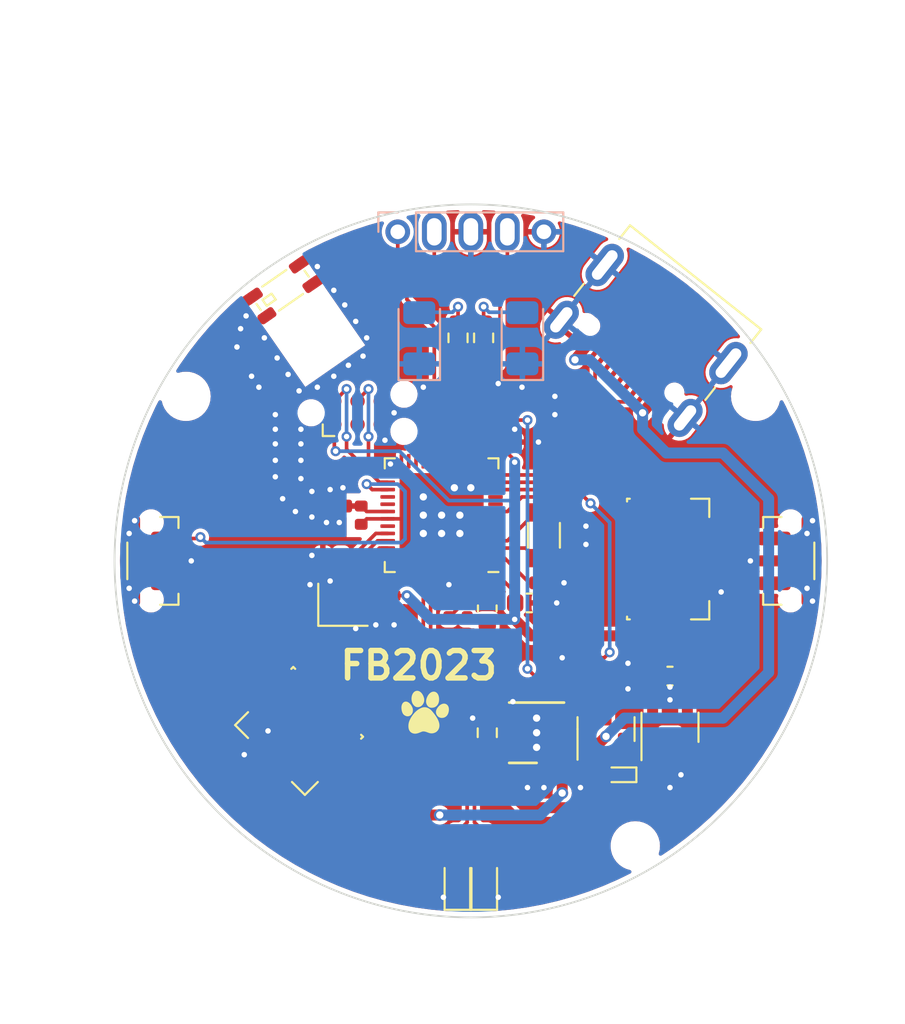
<source format=kicad_pcb>
(kicad_pcb (version 20221018) (generator pcbnew)
  (layers (0 "F.Cu" signal) (31 "B.Cu" signal) (34 "B.Paste" user) (35 "F.Paste" user) (36 "B.SilkS" user "B.Silkscreen") (37 "F.SilkS" user "F.Silkscreen") (38 "B.Mask" user) (39 "F.Mask" user) (44 "Edge.Cuts" user))
  (net 0 "")
  (net 1 "Net-(AE1-A)")
  (net 2 "GND")
  (net 3 "Net-(U2-XC1)")
  (net 4 "/XL1")
  (net 5 "Net-(U2-XC2)")
  (net 6 "/XL2")
  (net 7 "Net-(U2-DEC4)")
  (net 8 "+5V")
  (net 9 "Net-(U2-DEC3)")
  (net 10 "+3V3")
  (net 11 "Net-(U2-DEC1)")
  (net 12 "+BATT")
  (net 13 "/ANT")
  (net 14 "Net-(C14-Pad1)")
  (net 15 "/ADC_VBATT")
  (net 16 "VCC")
  (net 17 "Net-(D2-A)")
  (net 18 "Net-(D4-A)")
  (net 19 "Net-(D5-A)")
  (net 20 "Net-(J1-Pin_2)")
  (net 21 "Net-(J6-CC1)")
  (net 26 "/UART_RX")
  (net 27 "/UART_TX")
  (net 30 "/NRF_SWDIO")
  (net 32 "/NRF_SWCLK")
  (net 34 "Net-(L1-Pad2)")
  (net 35 "Net-(U2-DCC)")
  (net 36 "Net-(U1-PROG)")
  (net 37 "/CHRG")
  (net 38 "/LED_A")
  (net 39 "/D0_PWR")
  (net 40 "/D1_PWR")
  (net 41 "/PH0_PWR")
  (net 42 "/PH0_SENSE")
  (net 43 "/PH1_PWR")
  (net 44 "/PH1_SENSE")
  (net 63 "Net-(D6-A)")
  (net 64 "/LED_B")
  (net 65 "/SW_A")
  (net 66 "/SW_B")
  (net 68 "Net-(J6-CC2)")
  (footprint "balto:R_0402_Worthington" (layer "F.Cu") (at 148.3 106.3 -90)
    (fp_text reference "R6" hide)
    (fp_text value "1k")
  )
  (footprint "balto:C_0402_Worthington" (layer "F.Cu") (at 143.8 93.4 -90)
    (fp_text reference "C3" hide)
    (fp_text value "12p")
  )
  (footprint "balto:C_0402_Worthington" (layer "F.Cu") (at 159.4 102.7)
    (fp_text reference "C17" hide)
    (fp_text value "1u")
  )
  (footprint "balto:R_0402_Worthington" (layer "F.Cu") (at 157.1 97.3)
    (fp_text reference "R4" hide)
    (fp_text value "560k")
  )
  (footprint "Connector_USB:USB_C_Receptacle_JAE_DX07S016JA1R1500" (layer "F.Cu") (at 159 78.4 141.6)
    (fp_text reference "J6" hide)
    (fp_text value "USB_C_Receptacle_USB2.0")
  )
  (footprint "Button_Switch_SMD:SW_Push_1P1T-MP_NO_Horizontal_Alps_SKRTLAE010" (layer "F.Cu") (at 166.5 91 90)
    (fp_text reference "SW2" hide)
    (fp_text value "SW_Push")
  )
  (footprint "Diode_SMD:D_SOD-923" (layer "F.Cu") (at 157.2 102.7 180)
    (fp_text reference "D3" hide)
    (fp_text value "1SS416")
  )
  (footprint "balto:EZmate-3" (layer "F.Cu") (at 139.6 100.3 135)
    (fp_text reference "J2" hide)
    (fp_text value "EZmate-3")
  )
  (footprint "MountingHole:MountingHole_2.2mm_M2" (layer "F.Cu") (at 158 106.588457)
    (fp_text reference "H3" hide)
    (fp_text value "MountingHole_2.2mm_M2")
  )
  (footprint "balto:C_0402_Worthington" (layer "F.Cu") (at 154.5 90.6 90)
    (fp_text reference "C2" hide)
    (fp_text value "12p")
  )
  (footprint "MountingHole:MountingHole_2.2mm_M2" (layer "F.Cu") (at 164.588457 82)
    (fp_text reference "H2" hide)
    (fp_text value "MountingHole_2.2mm_M2")
  )
  (footprint "balto:R_0402_Worthington" (layer "F.Cu") (at 155.2 97.3)
    (fp_text reference "R3" hide)
    (fp_text value "560k")
  )
  (footprint "balto:R_0402_Worthington" (layer "F.Cu") (at 149.7 106.3 -90)
    (fp_text reference "R13" hide)
    (fp_text value "1k")
  )
  (footprint "balto:L_0402_Worthington" (layer "F.Cu") (at 148.3 94.1)
    (fp_text reference "L1" hide)
    (fp_text value "15n")
  )
  (footprint "balto:R_0402_Worthington" (layer "F.Cu") (at 147 83.5 90)
    (fp_text reference "R12" hide)
    (fp_text value "10k")
  )
  (footprint "balto:2450AT18D0100001-L" (layer "F.Cu") (at 138.7 76.2 34.8)
    (fp_text reference "AE1" hide)
    (fp_text value "2450AT18D0100001")
  )
  (footprint "balto:C_0402_Worthington" (layer "F.Cu") (at 155.2 96.3 180)
    (fp_text reference "C15" hide)
    (fp_text value "100n")
  )
  (footprint "balto:R_0402_Worthington" (layer "F.Cu") (at 154.8 82 180)
    (fp_text reference "R2" hide)
    (fp_text value "5.1k")
  )
  (footprint "balto:C_0402_Worthington" (layer "F.Cu") (at 138.2 82 -145)
    (fp_text reference "C14" hide)
    (fp_text value "TBD")
  )
  (footprint "balto:L_0402_Worthington" (layer "F.Cu") (at 137.9 80.7 -55)
    (fp_text reference "L4" hide)
    (fp_text value "0")
  )
  (footprint "balto:C_0402_Worthington" (layer "F.Cu") (at 143 88.5 -90)
    (fp_text reference "C13" hide)
    (fp_text value "0.8p")
  )
  (footprint "Capacitor_SMD:C_0603_1608Metric" (layer "F.Cu") (at 152.2 93.3)
    (fp_text reference "C11" hide)
    (fp_text value "4.7u")
  )
  (footprint "balto:R_0402_Worthington" (layer "F.Cu") (at 148 75.5)
    (fp_text reference "R16" hide)
    (fp_text value "0")
  )
  (footprint "balto:C_0402_Worthington" (layer "F.Cu") (at 153 92.2)
    (fp_text reference "C9" hide)
    (fp_text value "100n")
  )
  (footprint "MountingHole:MountingHole_2.2mm_M2" (layer "F.Cu") (at 133.411543 82)
    (fp_text reference "H1" hide)
    (fp_text value "MountingHole_2.2mm_M2")
  )
  (footprint "balto:R_0402_Worthington" (layer "F.Cu") (at 155.5 102.7 180)
    (fp_text reference "R5" hide)
    (fp_text value "10k")
  )
  (footprint "Capacitor_SMD:C_0603_1608Metric" (layer "F.Cu") (at 159.9 97.3)
    (fp_text reference "C18" hide)
    (fp_text value "10u")
  )
  (footprint "balto:C_0402_Worthington" (layer "F.Cu") (at 153.5 102.7 180)
    (fp_text reference "C12" hide)
    (fp_text value "100n")
  )
  (footprint "balto:C_0402_Worthington" (layer "F.Cu") (at 136.8 80 -145)
    (fp_text reference "C16" hide)
    (fp_text value "TBD")
  )
  (footprint "Inductor_SMD:L_0603_1608Metric" (layer "F.Cu") (at 149.9 93.6 -90)
    (fp_text reference "L2" hide)
    (fp_text value "10u")
  )
  (footprint "balto:R_0402_Worthington" (layer "F.Cu") (at 154.8 83 180)
    (fp_text reference "R14" hide)
    (fp_text value "5.1k")
  )
  (footprint "Resistor_SMD:R_0603_1608Metric" (layer "F.Cu") (at 148.3 78.8 90)
    (fp_text reference "R9" hide)
    (fp_text value "470")
  )
  (footprint "Package_TO_SOT_SMD:SOT-23-5" (layer "F.Cu") (at 159.9 100.1 90)
    (fp_text reference "U3" hide)
    (fp_text value "TPS7A0333DBVR")
  )
  (footprint "balto:C_0402_Worthington" (layer "F.Cu") (at 154.5 88.6 -90)
    (fp_text reference "C4" hide)
    (fp_text value "12p")
  )
  (footprint "LED_SMD:LED_0603_1608Metric" (layer "F.Cu") (at 148.3 108.6 90)
    (fp_text reference "D2" hide)
    (fp_text value "Green")
  )
  (footprint "balto:paw" (layer "F.Cu") (at 146.5 99.3)
    (fp_text reference "G***" hide)
    (fp_text value "LOGO" hide)
  )
  (footprint "Button_Switch_SMD:SW_Push_1P1T-MP_NO_Horizontal_Alps_SKRTLAE010" (layer "F.Cu") (at 131.5 91 -90)
    (fp_text reference "SW1" hide)
    (fp_text value "SW_Push")
  )
  (footprint "LED_SMD:LED_0603_1608Metric" (layer "F.Cu") (at 149.7 108.6 90)
    (fp_text reference "D6" hide)
    (fp_text value "Yellow")
  )
  (footprint "balto:C_0402_Worthington" (layer "F.Cu") (at 144.8 93.4 -90)
    (fp_text reference "C10" hide)
    (fp_text value "100n")
  )
  (footprint "balto:EZmate-4" (layer "F.Cu") (at 159.8 90.9 -90)
    (fp_text reference "J3" hide)
    (fp_text value "EZmate-4")
  )
  (footprint "Resistor_SMD:R_0603_1608Metric" (layer "F.Cu") (at 149.7 78.8 90)
    (fp_text reference "R10" hide)
    (fp_text value "470")
  )
  (footprint "Resistor_SMD:R_0603_1608Metric" (layer "F.Cu") (at 149.9 100.4 90)
    (fp_text reference "R1" hide)
    (fp_text value "2k2")
  )
  (footprint "Crystal:Crystal_SMD_2016-4Pin_2.0x1.6mm" (layer "F.Cu") (at 142 93.4)
    (fp_text reference "Y2" hide)
    (fp_text value "32MHz")
  )
  (footprint "balto:C_0402_Worthington" (layer "F.Cu") (at 150.9 84.5)
    (fp_text reference "C8" hide)
    (fp_text value "100n")
  )
  (footprint "balto:C_0402_Worthington" (layer "F.Cu") (at 151.6 102.7)
    (fp_text reference "C6" hide)
    (fp_text value "1u")
  )
  (footprint "Crystal:Crystal_SMD_3215-2Pin_3.2x1.5mm" (layer "F.Cu") (at 153 89.6 90)
    (fp_text reference "Y1" hide)
    (fp_text value "32.768kHz")
  )
  (footprint "balto:C_0402_Worthington" (layer "F.Cu") (at 140.2 93.4 90)
    (fp_text reference "C1" hide)
    (fp_text value "12p")
  )
  (footprint "Package_DFN_QFN:QFN-48-1EP_6x6mm_P0.4mm_EP4.6x4.6mm" (layer "F.Cu") (at 147.4 88.5 180)
    (fp_text reference "U2" hide)
    (fp_text value "nRF52832-QFxx")
  )
  (footprint "balto:L_0402_Worthington" (layer "F.Cu") (at 141.7 88)
    (fp_text reference "L3" hide)
    (fp_text value "3.9n")
  )
  (footprint "balto:R_0402_Worthington" (layer "F.Cu") (at 149 83.5 90)
    (fp_text reference "R11" hide)
    (fp_text value "10k")
  )
  (footprint "balto:C_0402_Worthington" (layer "F.Cu") (at 141.4 90.7 180)
    (fp_text reference "C7" hide)
    (fp_text value "100p")
  )
  (footprint "Package_DFN_QFN:DFN-6-1EP_3x3mm_P0.95mm_EP1.7x2.6mm" (layer "F.Cu") (at 152.6 100.4 180)
    (fp_text reference "U1" hide)
    (fp_text value "STBC08")
  )
  (footprint "balto:C_0402_Worthington" (layer "F.Cu") (at 148.3 93.1 180)
    (fp_text reference "C5" hide)
    (fp_text value "1u")
  )
  (footprint "balto:R_0402_Worthington" (layer "F.Cu") (at 146 75.5)
    (fp_text reference "R15" hide)
    (fp_text value "0")
  )
  (footprint "Connector:Tag-Connect_TC2030-IDC-NL_2x03_P1.27mm_Vertical" (layer "F.Cu") (at 142.8 82.9)
    (fp_text reference "J4" hide)
    (fp_text value "TC2030-IDC-NL")
  )
  (footprint "Package_TO_SOT_SMD:SOT-23" (layer "F.Cu") (at 156.4 100.2 90)
    (fp_text reference "Q1" hide)
    (fp_text value "BSS84")
  )
  (footprint "LED_SMD:LED_1206_3216Metric" (layer "B.Cu") (at 151.822516 78.822833 90)
    (fp_text reference "D5" hide)
    (fp_text value "IR")
  )
  (footprint "LED_SMD:LED_1206_3216Metric" (layer "B.Cu") (at 146.177484 78.822833 90)
    (fp_text reference "D4" hide)
    (fp_text value "IR")
  )
  (footprint "Connector_PinHeader_2.00mm:PinHeader_1x05_P2.00mm_Vertical" (layer "B.Cu") (at 145 73 -90)
    (fp_text reference "J1" hide)
    (fp_text value "Conn_01x05")
  )
  (gr_circle (center 149 91) (end 168.5 91) (stroke (width 0.1)) (fill none) (layer "Edge.Cuts"))
  (gr_text "FB2023\n" (at 141.7 97.6) (layer "F.SilkS") (effects (font (size 1.5 1.5) (thickness 0.3) bold) (justify left bottom)))
  (segment (start 137.1 79.448673) (end 137.1 78.624264) (width 0.3) (layer "F.Cu") (net 1))
  (segment (start 137.4 77.9) (end 137.83924 77.589817) (width 0.3) (layer "F.Cu") (net 1))
  (segment (start 137.613212 80.290424) (end 137.209576 79.713212) (width 0.3) (layer "F.Cu") (net 1))
  (arc (start 137.209576 79.713212) (mid 137.128478 79.591841) (end 137.1 79.448673) (width 0.3) (layer "F.Cu") (net 1))
  (arc (start 137.1 78.624264) (mid 137.177967 78.232296) (end 137.4 77.9) (width 0.3) (layer "F.Cu") (net 1))
  (segment (start 137.097312 76.522323) (end 136.4 77) (width 0.6) (layer "F.Cu") (net 2))
  (segment (start 143.3 88.7) (end 143 89) (width 0.2) (layer "F.Cu") (net 2))
  (segment (start 159.9 102.7) (end 159.9 101.2375) (width 0.6) (layer "F.Cu") (net 2))
  (segment (start 144.45 88.7) (end 143.3 88.7) (width 0.2) (layer "F.Cu") (net 2))
  (segment (start 140.302688 75.877677) (end 141 75.4) (width 0.6) (layer "F.Cu") (net 2))
  (segment (start 139.56076 74.810183) (end 140.3 74.3) (width 0.6) (layer "F.Cu") (net 2))
  (segment (start 148.4 92.5) (end 147.8 93.1) (width 0.2) (layer "F.Cu") (net 2))
  (segment (start 144.45 88.7) (end 147.2 88.7) (width 0.2) (layer "F.Cu") (net 2))
  (segment (start 148.4 91.45) (end 148.4 92.5) (width 0.2) (layer "F.Cu") (net 2))
  (segment (start 147.2 88.7) (end 147.4 88.5) (width 0.2) (layer "F.Cu") (net 2))
  (via (at 152.7 84.5) (size 0.55) (drill 0.3) (layers "F.Cu" "B.Cu") (net 2))
  (via (at 137 80.9) (size 0.55) (drill 0.3) (layers "F.Cu" "B.Cu") (net 2))
  (via (at 138.3 86.4) (size 0.55) (drill 0.3) (layers "F.Cu" "B.Cu") (net 2))
  (via (at 139.7 84.6) (size 0.55) (drill 0.3) (layers "F.Cu" "B.Cu") (net 2))
  (via (at 147.4 89.5) (size 0.65) (drill 0.4) (layers "F.Cu" "B.Cu") (net 2))
  (via (at 164.3 91) (size 0.55) (drill 0.3) (layers "F.Cu" "B.Cu") (net 2))
  (via (at 138.3 85.5) (size 0.55) (drill 0.3) (layers "F.Cu" "B.Cu") (net 2))
  (via (at 162.7 92.7) (size 0.55) (drill 0.3) (layers "F.Cu" "B.Cu") (net 2))
  (via (at 138.3 84.6) (size 0.55) (drill 0.3) (layers "F.Cu" "B.Cu") (net 2))
  (via (at 141.8 88.9) (size 0.55) (drill 0.3) (layers "F.Cu" "B.Cu") (net 2))
  (via (at 142 87) (size 0.55) (drill 0.3) (layers "F.Cu" "B.Cu") (net 2))
  (via (at 138.3 83.8) (size 0.55) (drill 0.3) (layers "F.Cu" "B.Cu") (net 2))
  (via (at 160.5 102.7) (size 0.55) (drill 0.3) (layers "F.Cu" "B.Cu") (net 2))
  (via (at 138.3 83) (size 0.55) (drill 0.3) (layers "F.Cu" "B.Cu") (net 2))
  (via (at 155.3 89.1) (size 0.55) (drill 0.3) (layers "F.Cu" "B.Cu") (net 2))
  (via (at 152.1 103.4) (size 0.55) (drill 0.3) (layers "F.Cu" "B.Cu") (net 2))
  (via (at 159.9 103.4) (size 0.55) (drill 0.3) (layers "F.Cu" "B.Cu") (net 2))
  (via (at 153.7 93.3) (size 0.55) (drill 0.3) (layers "F.Cu" "B.Cu") (net 2))
  (via (at 136.4 78.3) (size 0.55) (drill 0.3) (layers "F.Cu" "B.Cu") (net 2))
  (via (at 147.5 109.4) (size 0.55) (drill 0.3) (layers "F.Cu" "B.Cu") (net 2))
  (via (at 143.3 78.8) (size 0.55) (drill 0.3) (layers "F.Cu" "B.Cu") (net 2))
  (via (at 154.1 92.2) (size 0.55) (drill 0.3) (layers "F.Cu" "B.Cu") (net 2))
  (via (at 141.5 76.2) (size 0.55) (drill 0.3) (layers "F.Cu" "B.Cu") (net 2))
  (via (at 151.3 98.7) (size 0.55) (drill 0.3) (layers "F.Cu" "B.Cu") (net 2))
  (via (at 130.6 93.2) (size 0.55) (drill 0.3) (layers "F.Cu" "B.Cu") (net 2))
  (via (at 136.2 79.3) (size 0.55) (drill 0.3) (layers "F.Cu" "B.Cu") (net 2))
  (via (at 142.3 80.3) (size 0.55) (drill 0.3) (layers "F.Cu" "B.Cu") (net 2))
  (via (at 140.2 92.3) (size 0.55) (drill 0.3) (layers "F.Cu" "B.Cu") (net 2))
  (via (at 149 87) (size 0.65) (drill 0.4) (layers "F.Cu" "B.Cu") (net 2))
  (via (at 157.6 98) (size 0.55) (drill 0.3) (layers "F.Cu" "B.Cu") (net 2))
  (via (at 144.8 94.5) (size 0.55) (drill 0.3) (layers "F.Cu" "B.Cu") (net 2))
  (via (at 147.4 88.5) (size 0.65) (drill 0.4) (layers "F.Cu" "B.Cu") (net 2))
  (via (at 137.4 81.5) (size 0.55) (drill 0.3) (layers "F.Cu" "B.Cu") (net 2))
  (via (at 152.6 100.4) (size 0.65) (drill 0.4) (layers "F.Cu" "B.Cu") (net 2))
  (via (at 146.4 89.5) (size 0.65) (drill 0.4) (layers "F.Cu" "B.Cu") (net 2))
  (via (at 159.9 98.6) (size 0.55) (drill 0.3) (layers "F.Cu" "B.Cu") (net 2))
  (via (at 167.4 89.5) (size 0.55) (drill 0.3) (layers "F.Cu" "B.Cu") (net 2))
  (via (at 167.7 88.8) (size 0.55) (drill 0.3) (layers "F.Cu" "B.Cu") (net 2))
  (via (at 139.6 81.7) (size 0.55) (drill 0.3) (layers "F.Cu" "B.Cu") (net 2))
  (via (at 144.6 85.7) (size 0.55) (drill 0.3) (layers "F.Cu" "B.Cu") (net 2))
  (via (at 152.6 99.6) (size 0.65) (drill 0.4) (layers "F.Cu" "B.Cu") (net 2))
  (via (at 143.8 94.5) (size 0.55) (drill 0.3) (layers "F.Cu" "B.Cu") (net 2))
  (via (at 139.7 86.5) (size 0.55) (drill 0.3) (layers "F.Cu" "B.Cu") (net 2))
  (via (at 139 80.8) (size 0.55) (drill 0.3) (layers "F.Cu" "B.Cu") (net 2))
  (via (at 146.4 88.5) (size 0.65) (drill 0.4) (layers "F.Cu" "B.Cu") (net 2))
  (via (at 153 103.4) (size 0.55) (drill 0.3) (layers "F.Cu" "B.Cu") (net 2))
  (via (at 153.6 82) (size 0.55) (drill 0.3) (layers "F.Cu" "B.Cu") (net 2))
  (via (at 167.7 93.2) (size 0.55) (drill 0.3) (layers "F.Cu" "B.Cu") (net 2))
  (via (at 144.8 82.9) (size 0.55) (drill 0.3) (layers "F.Cu" "B.Cu") (net 2))
  (via (at 150.5 109.4) (size 0.55) (drill 0.3) (layers "F.Cu" "B.Cu") (net 2))
  (via (at 140.6 81.5) (size 0.55) (drill 0.3) (layers "F.Cu" "B.Cu") (net 2))
  (via (at 138.7 87.6) (size 0.55) (drill 0.3) (layers "F.Cu" "B.Cu") (net 2))
  (via (at 154 96.3) (size 0.55) (drill 0.3) (layers "F.Cu" "B.Cu") (net 2))
  (via (at 167.4 92.5) (size 0.55) (drill 0.3) (layers "F.Cu" "B.Cu") (net 2))
  (via (at 153.6 83) (size 0.55) (drill 0.3) (layers "F.Cu" "B.Cu") (net 2))
  (via (at 147.8 92.3) (size 0.55) (drill 0.3) (layers "F.Cu" "B.Cu") (net 2))
  (via (at 140.3 88.6) (size 0.55) (drill 0.3) (layers "F.Cu" "B.Cu") (net 2))
  (via (at 152.6 101.2) (size 0.65) (drill 0.4) (layers "F.Cu" "B.Cu") (net 2))
  (via (at 138.4 79.9) (size 0.55) (drill 0.3) (layers "F.Cu" "B.Cu") (net 2))
  (via (at 141.3 92.1) (size 0.55) (drill 0.3) (layers "F.Cu" "B.Cu") (net 2))
  (via (at 140.3 90.7) (size 0.55) (drill 0.3) (layers "F.Cu" "B.Cu") (net 2))
  (via (at 143.1 79.8) (size 0.55) (drill 0.3) (layers "F.Cu" "B.Cu") (net 2))
  (via (at 133.7 91) (size 0.55) (drill 0.3) (layers "F.Cu" "B.Cu") (net 2))
  (via (at 139.7 83.8) (size 0.55) (drill 0.3) (layers "F.Cu" "B.Cu") (net 2))
  (via (at 136.6 101.6) (size 0.55) (drill 0.3) (layers "F.Cu" "B.Cu") (net 2))
  (via (at 148.1 87) (size 0.65) (drill 0.4) (layers "F.Cu" "B.Cu") (net 2))
  (via (at 130.3 89.5) (size 0.55) (drill 0.3) (layers "F.Cu" "B.Cu") (net 2))
  (via (at 130.3 92.5) (size 0.55) (drill 0.3) (layers "F.Cu" "B.Cu") (net 2))
  (via (at 141.1 88.9) (size 0.55) (drill 0.3) (layers "F.Cu" "B.Cu") (net 2))
  (via (at 142.7 77.9) (size 0.55) (drill 0.3) (layers "F.Cu" "B.Cu") (net 2))
  (via (at 142.1 77) (size 0.55) (drill 0.3) (layers "F.Cu" "B.Cu") (net 2))
  (via (at 142.7 94.7) (size 0.55) (drill 0.3) (layers "F.Cu" "B.Cu") (net 2))
  (via (at 141.5 80.9) (size 0.55) (drill 0.3) (layers "F.Cu" "B.Cu") (net 2))
  (via (at 139.7 85.5) (size 0.55) (drill 0.3) (layers "F.Cu" "B.Cu") (net 2))
  (via (at 140.3 87.2) (size 0.55) (drill 0.3) (layers "F.Cu" "B.Cu") (net 2))
  (via (at 139.4 88.3) (size 0.55) (drill 0.3) (layers "F.Cu" "B.Cu") (net 2))
  (via (at 140.6 74.9) (size 0.55) (drill 0.3) (layers "F.Cu" "B.Cu") (net 2))
  (via (at 150.5 81.3) (size 0.55) (drill 0.3) (layers "F.Cu" "B.Cu") (net 2))
  (via (at 144.3 84.4) (size 0.55) (drill 0.3) (layers "F.Cu" "B.Cu") (net 2))
  (via (at 137.7 78.8) (size 0.55) (drill 0.3) (layers "F.Cu" "B.Cu") (net 2))
  (via (at 137.9 100.3) (size 0.55) (drill 0.3) (layers "F.Cu" "B.Cu") (net 2))
  (via (at 148.4 89.5) (size 0.65) (drill 0.4) (layers "F.Cu" "B.Cu") (net 2))
  (via (at 136.7 77.6) (size 0.55) (drill 0.3) (layers "F.Cu" "B.Cu") (net 2))
  (via (at 130.6 88.8) (size 0.55) (drill 0.3) (layers "F.Cu" "B.Cu") (net 2))
  (via (at 146.4 81.5) (size 0.55) (drill 0.3) (layers "F.Cu" "B.Cu") (net 2))
  (via (at 157.6 96.6) (size 0.55) (drill 0.3) (layers "F.Cu" "B.Cu") (net 2))
  (via (at 159.9 97.9) (size 0.55) (drill 0.3) (layers "F.Cu" "B.Cu") (net 2))
  (via (at 155 103.4) (size 0.55) (drill 0.3) (layers "F.Cu" "B.Cu") (net 2))
  (via (at 146.4 87.5) (size 0.65) (drill 0.4) (layers "F.Cu" "B.Cu") (net 2))
  (via (at 155.3 90.1) (size 0.55) (drill 0.3) (layers "F.Cu" "B.Cu") (net 2))
  (via (at 149.1 99.6) (size 0.55) (drill 0.3) (layers "F.Cu" "B.Cu") (net 2))
  (via (at 151.4 83.8) (size 0.55) (drill 0.3) (layers "F.Cu" "B.Cu") (net 2))
  (via (at 141.3 87.1) (size 0.55) (drill 0.3) (layers "F.Cu" "B.Cu") (net 2))
  (via (at 151.8 81.5) (size 0.55) (drill 0.3) (layers "F.Cu" "B.Cu") (net 2))
  (via (at 148.4 88.5) (size 0.65) (drill 0.4) (layers "F.Cu" "B.Cu") (net 2))
  (segment (start 142 91.8) (end 142 93.4) (width 0.2) (layer "F.Cu") (net 3))
  (segment (start 141.45 93.95) (end 141.3 93.95) (width 0.2) (layer "F.Cu") (net 3))
  (segment (start 143.9 89.9) (end 142 91.8) (width 0.2) (layer "F.Cu") (net 3))
  (segment (start 144.45 89.9) (end 143.9 89.9) (width 0.2) (layer "F.Cu") (net 3))
  (segment (start 141.3 93.95) (end 140.25 93.95) (width 0.2) (layer "F.Cu") (net 3))
  (segment (start 142 93.4) (end 141.45 93.95) (width 0.2) (layer "F.Cu") (net 3))
  (segment (start 140.25 93.95) (end 140.2 93.9) (width 0.2) (layer "F.Cu") (net 3))
  (segment (start 153.25 91.1) (end 153 90.85) (width 0.2) (layer "F.Cu") (net 4))
  (segment (start 152.55 90.85) (end 153 90.85) (width 0.2) (layer "F.Cu") (net 4))
  (segment (start 150.35 90.3) (end 152 90.3) (width 0.2) (layer "F.Cu") (net 4))
  (segment (start 152 90.3) (end 152.55 90.85) (width 0.2) (layer "F.Cu") (net 4))
  (segment (start 154.5 91.1) (end 153.25 91.1) (width 0.2) (layer "F.Cu") (net 4))
  (segment (start 143.75 92.85) (end 143.8 92.9) (width 0.2) (layer "F.Cu") (net 5))
  (segment (start 144.45 90.3) (end 144 90.3) (width 0.2) (layer "F.Cu") (net 5))
  (segment (start 142.7 91.6) (end 142.7 92.85) (width 0.2) (layer "F.Cu") (net 5))
  (segment (start 144 90.3) (end 142.7 91.6) (width 0.2) (layer "F.Cu") (net 5))
  (segment (start 142.7 92.85) (end 143.75 92.85) (width 0.2) (layer "F.Cu") (net 5))
  (segment (start 150.35 89.9) (end 151 89.9) (width 0.2) (layer "F.Cu") (net 6))
  (segment (start 151 89.9) (end 152.55 88.35) (width 0.2) (layer "F.Cu") (net 6))
  (segment (start 154.5 88.1) (end 153.25 88.1) (width 0.2) (layer "F.Cu") (net 6))
  (segment (start 153.25 88.1) (end 153 88.35) (width 0.2) (layer "F.Cu") (net 6))
  (segment (start 152.55 88.35) (end 153 88.35) (width 0.2) (layer "F.Cu") (net 6))
  (segment (start 147.8 94.1) (end 148.8 93.1) (width 0.2) (layer "F.Cu") (net 7))
  (segment (start 148.8 93.1) (end 148.8 91.45) (width 0.2) (layer "F.Cu") (net 7))
  (segment (start 156 103.6) (end 156 102.7) (width 0.6) (layer "F.Cu") (net 8))
  (segment (start 151.1 101.51) (end 151.26 101.35) (width 0.6) (layer "F.Cu") (net 8))
  (segment (start 156 102.7) (end 156 102.3) (width 0.6) (layer "F.Cu") (net 8))
  (segment (start 155.26382 79.330568) (end 154.7 80) (width 0.6) (layer "F.Cu") (net 8))
  (segment (start 152 104.5) (end 155.1 104.5) (width 0.6) (layer "F.Cu") (net 8))
  (segment (start 155.1 104.5) (end 156 103.6) (width 0.6) (layer "F.Cu") (net 8))
  (segment (start 151.1 102.7) (end 151.1 103.6) (width 0.6) (layer "F.Cu") (net 8))
  (segment (start 155.8625 101.1375) (end 156.4 100.6) (width 0.6) (layer "F.Cu") (net 8))
  (segment (start 151.1 103.6) (end 152 104.5) (width 0.6) (layer "F.Cu") (net 8))
  (segment (start 158.947179 82.249962) (end 158.4 82.9) (width 0.6) (layer "F.Cu") (net 8))
  (segment (start 156 102.3) (end 155.45 101.75) (width 0.6) (layer "F.Cu") (net 8))
  (segment (start 156.78 102.7) (end 156 102.7) (width 0.6) (layer "F.Cu") (net 8))
  (segment (start 155.45 101.1375) (end 155.8625 101.1375) (width 0.6) (layer "F.Cu") (net 8))
  (segment (start 155.45 101.75) (end 155.45 101.1375) (width 0.6) (layer "F.Cu") (net 8))
  (segment (start 151.1 102.7) (end 151.1 101.51) (width 0.6) (layer "F.Cu") (net 8))
  (via (at 156.4 100.6) (size 0.65) (drill 0.4) (layers "F.Cu" "B.Cu") (net 8))
  (via (at 158.4 82.9) (size 0.65) (drill 0.4) (layers "F.Cu" "B.Cu") (net 8))
  (via (at 154.7 80) (size 0.65) (drill 0.4) (layers "F.Cu" "B.Cu") (net 8))
  (segment (start 154.7 80) (end 155.5 80) (width 0.6) (layer "B.Cu") (net 8))
  (segment (start 158.4 82.9) (end 158.4 83.8) (width 0.6) (layer "B.Cu") (net 8))
  (segment (start 162.8 85.1) (end 165.3 87.6) (width 0.6) (layer "B.Cu") (net 8))
  (segment (start 157.4 99.6) (end 156.4 100.6) (width 0.6) (layer "B.Cu") (net 8))
  (segment (start 158.4 83.8) (end 159.7 85.1) (width 0.6) (layer "B.Cu") (net 8))
  (segment (start 162.8 99.6) (end 157.4 99.6) (width 0.6) (layer "B.Cu") (net 8))
  (segment (start 165.3 97.1) (end 162.8 99.6) (width 0.6) (layer "B.Cu") (net 8))
  (segment (start 155.5 80) (end 158.4 82.9) (width 0.6) (layer "B.Cu") (net 8))
  (segment (start 165.3 87.6) (end 165.3 97.1) (width 0.6) (layer "B.Cu") (net 8))
  (segment (start 159.7 85.1) (end 162.8 85.1) (width 0.6) (layer "B.Cu") (net 8))
  (segment (start 143.8 89.5) (end 142.6 90.7) (width 0.2) (layer "F.Cu") (net 9))
  (segment (start 144.45 89.5) (end 143.8 89.5) (width 0.2) (layer "F.Cu") (net 9))
  (segment (start 142.6 90.7) (end 141.9 90.7) (width 0.2) (layer "F.Cu") (net 9))
  (segment (start 144.45 92.55) (end 144.8 92.9) (width 0.2) (layer "F.Cu") (net 10))
  (segment (start 150.4 84.5) (end 151.4 85.5) (width 0.2) (layer "F.Cu") (net 10))
  (segment (start 149.6 85.3) (end 150.4 84.5) (width 0.2) (layer "F.Cu") (net 10))
  (segment (start 151.4 94.2) (end 152.3 95.1) (width 0.6) (layer "F.Cu") (net 10))
  (segment (start 158.95 97.475) (end 159.125 97.3) (width 0.6) (layer "F.Cu") (net 10))
  (segment (start 158.3 95.1) (end 159.125 95.925) (width 0.6) (layer "F.Cu") (net 10))
  (segment (start 141.6 85) (end 141.53 84.93) (width 0.2) (layer "F.Cu") (net 10))
  (segment (start 149.6 91.45) (end 150.15 91.45) (width 0.2) (layer "F.Cu") (net 10))
  (segment (start 151.425 93.3) (end 151.425 94.175) (width 0.2) (layer "F.Cu") (net 10))
  (segment (start 152.3 95.1) (end 158.3 95.1) (width 0.6) (layer "F.Cu") (net 10))
  (segment (start 150.15 91.45) (end 151.425 92.725) (width 0.2) (layer "F.Cu") (net 10))
  (segment (start 160.3 94.75) (end 160.3 90) (width 0.6) (layer "F.Cu") (net 10))
  (segment (start 149.6 85.55) (end 149.6 85.3) (width 0.2) (layer "F.Cu") (net 10))
  (segment (start 161.2 89.1) (end 161.885 89.1) (width 0.6) (layer "F.Cu") (net 10))
  (segment (start 141.53 84.93) (end 141.53 83.535) (width 0.2) (layer "F.Cu") (net 10))
  (segment (start 151.425 92.725) (end 151.425 93.3) (width 0.2) (layer "F.Cu") (net 10))
  (segment (start 159.125 95.925) (end 160.3 94.75) (width 0.6) (layer "F.Cu") (net 10))
  (segment (start 144.8 92.9) (end 145.5 92.9) (width 0.2) (layer "F.Cu") (net 10))
  (segment (start 151.4 85.5) (end 151.4 85.6) (width 0.2) (layer "F.Cu") (net 10))
  (segment (start 159.125 95.925) (end 159.125 97.3) (width 0.6) (layer "F.Cu") (net 10))
  (segment (start 144.45 90.7) (end 144.45 92.55) (width 0.2) (layer "F.Cu") (net 10))
  (segment (start 158.95 98.9625) (end 158.95 97.475) (width 0.6) (layer "F.Cu") (net 10))
  (segment (start 151.425 94.175) (end 151.4 94.2) (width 0.2) (layer "F.Cu") (net 10))
  (segment (start 160.3 90) (end 161.2 89.1) (width 0.6) (layer "F.Cu") (net 10))
  (via (at 151.4 94.2) (size 0.55) (drill 0.3) (layers "F.Cu" "B.Cu") (net 10))
  (via (at 145.5 92.9) (size 0.55) (drill 0.3) (layers "F.Cu" "B.Cu") (net 10))
  (via (at 151.4 85.6) (size 0.55) (drill 0.3) (layers "F.Cu" "B.Cu") (net 10))
  (via (at 141.6 85) (size 0.55) (drill 0.3) (layers "F.Cu" "B.Cu") (net 10))
  (segment (start 151.4 87.8) (end 151.4 85.6) (width 0.6) (layer "B.Cu") (net 10))
  (segment (start 151.4 94.2) (end 151.4 87.8) (width 0.6) (layer "B.Cu") (net 10))
  (segment (start 141.6 85) (end 145.1 85) (width 0.2) (layer "B.Cu") (net 10))
  (segment (start 147.8 87.7) (end 151.3 87.7) (width 0.2) (layer "B.Cu") (net 10))
  (segment (start 145.1 85) (end 147.8 87.7) (width 0.2) (layer "B.Cu") (net 10))
  (segment (start 146.8 94.2) (end 151.4 94.2) (width 0.6) (layer "B.Cu") (net 10))
  (segment (start 151.3 87.7) (end 151.4 87.8) (width 0.2) (layer "B.Cu") (net 10))
  (segment (start 145.5 92.9) (end 146.8 94.2) (width 0.6) (layer "B.Cu") (net 10))
  (segment (start 152.5 92.2) (end 152.2 92.2) (width 0.2) (layer "F.Cu") (net 11))
  (segment (start 152.2 92.2) (end 150.7 90.7) (width 0.2) (layer "F.Cu") (net 11))
  (segment (start 150.7 90.7) (end 150.35 90.7) (width 0.2) (layer "F.Cu") (net 11))
  (segment (start 154.35 101.35) (end 153.94 101.35) (width 0.6) (layer "F.Cu") (net 12))
  (segment (start 154.7 100.1) (end 154.7 101) (width 0.6) (layer "F.Cu") (net 12))
  (segment (start 153.94 102.64) (end 154 102.7) (width 0.6) (layer "F.Cu") (net 12))
  (segment (start 156.4 99.2625) (end 155.5375 99.2625) (width 0.6) (layer "F.Cu") (net 12))
  (segment (start 153.94 101.35) (end 153.94 102.64) (width 0.6) (layer "F.Cu") (net 12))
  (segment (start 154 103.7) (end 154 102.7) (width 0.6) (layer "F.Cu") (net 12))
  (segment (start 154.7 98.425) (end 155.5375 99.2625) (width 0.2) (layer "F.Cu") (net 12))
  (segment (start 154.7 97.3) (end 154.7 98.425) (width 0.2) (layer "F.Cu") (net 12))
  (segment (start 155.5375 99.2625) (end 154.7 100.1) (width 0.6) (layer "F.Cu") (net 12))
  (segment (start 147.3 104.9) (end 141.251364 104.9) (width 0.6) (layer "F.Cu") (net 12))
  (segment (start 154.7 101) (end 154.35 101.35) (width 0.6) (layer "F.Cu") (net 12))
  (segment (start 141.251364 104.9) (end 138.97421 102.622846) (width 0.6) (layer "F.Cu") (net 12))
  (via (at 147.3 104.9) (size 0.65) (drill 0.4) (layers "F.Cu" "B.Cu") (net 12))
  (via (at 154 103.7) (size 0.65) (drill 0.4) (layers "F.Cu" "B.Cu") (net 12))
  (segment (start 147.3 104.9) (end 152.8 104.9) (width 0.6) (layer "B.Cu") (net 12))
  (segment (start 152.8 104.9) (end 154 103.7) (width 0.6) (layer "B.Cu") (net 12))
  (segment (start 143 88) (end 142.2 88) (width 0.3) (layer "F.Cu") (net 13))
  (segment (start 144.45 88.3) (end 143.3 88.3) (width 0.2) (layer "F.Cu") (net 13))
  (segment (start 143.3 88.3) (end 143 88) (width 0.2) (layer "F.Cu") (net 13))
  (segment (start 139 86.292894) (end 139 82.655778) (width 0.3) (layer "F.Cu") (net 14))
  (segment (start 141.2 88) (end 140.707106 88) (width 0.3) (layer "F.Cu") (net 14))
  (segment (start 138.609576 81.713212) (end 138.186788 81.109576) (width 0.3) (layer "F.Cu") (net 14))
  (arc (start 139.5 87.5) (mid 139.129946 86.946175) (end 139 86.292894) (width 0.3) (layer "F.Cu") (net 14))
  (arc (start 139 82.655778) (mid 138.898532 82.145665) (end 138.609576 81.713212) (width 0.3) (layer "F.Cu") (net 14))
  (arc (start 140.707106 88) (mid 140.053825 87.870054) (end 139.5 87.5) (width 0.3) (layer "F.Cu") (net 14))
  (segment (start 155.55 87.85) (end 155.2 87.5) (width 0.2) (layer "F.Cu") (net 15))
  (segment (start 155.2 87.5) (end 151.8 87.5) (width 0.2) (layer "F.Cu") (net 15))
  (segment (start 151.8 87.5) (end 151 88.3) (width 0.2) (layer "F.Cu") (net 15))
  (segment (start 155.7 97.3) (end 155.7 96.3) (width 0.2) (layer "F.Cu") (net 15))
  (segment (start 156.3 96.3) (end 156.6 96) (width 0.2) (layer "F.Cu") (net 15))
  (segment (start 155.7 96.3) (end 156.3 96.3) (width 0.2) (layer "F.Cu") (net 15))
  (segment (start 155.7 97.3) (end 156.6 97.3) (width 0.2) (layer "F.Cu") (net 15))
  (segment (start 151 88.3) (end 150.35 88.3) (width 0.2) (layer "F.Cu") (net 15))
  (via (at 155.55 87.85) (size 0.55) (drill 0.3) (layers "F.Cu" "B.Cu") (net 15))
  (via (at 156.6 96) (size 0.55) (drill 0.3) (layers "F.Cu" "B.Cu") (net 15))
  (segment (start 155.55 87.85) (end 156.6 88.9) (width 0.2) (layer "B.Cu") (net 15))
  (segment (start 156.6 88.9) (end 156.6 96) (width 0.2) (layer "B.Cu") (net 15))
  (segment (start 160.3 100.3) (end 159.5 100.3) (width 0.2) (layer "F.Cu") (net 16))
  (segment (start 157.35 102.05) (end 157.62 102.32) (width 0.6) (layer "F.Cu") (net 16))
  (segment (start 158.95 102.65) (end 158.95 101.2375) (width 0.6) (layer "F.Cu") (net 16))
  (segment (start 157.62 102.7) (end 158.9 102.7) (width 0.6) (layer "F.Cu") (net 16))
  (segment (start 160.85 101.2375) (end 160.85 100.85) (width 0.2) (layer "F.Cu") (net 16))
  (segment (start 159.5 100.3) (end 158.95 100.85) (width 0.2) (layer "F.Cu") (net 16))
  (segment (start 158.95 100.85) (end 158.95 101.2375) (width 0.2) (layer "F.Cu") (net 16))
  (segment (start 160.85 100.85) (end 160.3 100.3) (width 0.2) (layer "F.Cu") (net 16))
  (segment (start 158.9 102.7) (end 158.95 102.65) (width 0.6) (layer "F.Cu") (net 16))
  (segment (start 157.35 101.1375) (end 157.35 102.05) (width 0.6) (layer "F.Cu") (net 16))
  (segment (start 157.62 102.32) (end 157.62 102.7) (width 0.6) (layer "F.Cu") (net 16))
  (segment (start 148.3 106.8) (end 148.3 107.8125) (width 0.2) (layer "F.Cu") (net 17))
  (segment (start 148.3 77.1) (end 148.3 77.975) (width 0.2) (layer "F.Cu") (net 18))
  (via (at 148.3 77.1) (size 0.55) (drill 0.3) (layers "F.Cu" "B.Cu") (net 18))
  (segment (start 148 77.4) (end 148.3 77.1) (width 0.2) (layer "B.Cu") (net 18))
  (segment (start 146.2 77.4) (end 148 77.4) (width 0.2) (layer "B.Cu") (net 18))
  (segment (start 149.7 77.1) (end 149.7 77.975) (width 0.2) (layer "F.Cu") (net 19))
  (via (at 149.7 77.1) (size 0.55) (drill 0.3) (layers "F.Cu" "B.Cu") (net 19))
  (segment (start 151.8 77.4) (end 150 77.4) (width 0.2) (layer "B.Cu") (net 19))
  (segment (start 150 77.4) (end 149.7 77.1) (width 0.2) (layer "B.Cu") (net 19))
  (segment (start 146.95 75.05) (end 146.5 75.5) (width 0.2) (layer "F.Cu") (net 20))
  (segment (start 147.5 75.5) (end 147.05 75.05) (width 0.2) (layer "F.Cu") (net 20))
  (segment (start 147.05 75.05) (end 146.95 75.05) (width 0.2) (layer "F.Cu") (net 20))
  (segment (start 147 73) (end 147 75) (width 0.2) (layer "F.Cu") (net 20))
  (segment (start 147 75) (end 146.95 75.05) (width 0.2) (layer "F.Cu") (net 20))
  (segment (start 156 82.3) (end 155.3 83) (width 0.2) (layer "F.Cu") (net 21))
  (segment (start 158.1 82.3) (end 156 82.3) (width 0.2) (layer "F.Cu") (net 21))
  (segment (start 158.476963 81.877274) (end 158.1 82.3) (width 0.2) (layer "F.Cu") (net 21))
  (segment (start 150.35 87.1) (end 161 87.1) (width 0.2) (layer "F.Cu") (net 26))
  (segment (start 162.6 89.7) (end 162 90.3) (width 0.2) (layer "F.Cu") (net 26))
  (segment (start 162 90.3) (end 161.885 90.3) (width 0.2) (layer "F.Cu") (net 26))
  (segment (start 161 87.1) (end 162.6 88.7) (width 0.2) (layer "F.Cu") (net 26))
  (segment (start 162.6 88.7) (end 162.6 89.7) (width 0.2) (layer "F.Cu") (net 26))
  (segment (start 150.35 86.7) (end 161.2 86.7) (width 0.2) (layer "F.Cu") (net 27))
  (segment (start 163 90.5) (end 162 91.5) (width 0.2) (layer "F.Cu") (net 27))
  (segment (start 163 88.5) (end 163 90.5) (width 0.2) (layer "F.Cu") (net 27))
  (segment (start 161.2 86.7) (end 163 88.5) (width 0.2) (layer "F.Cu") (net 27))
  (segment (start 162 91.5) (end 161.885 91.5) (width 0.2) (layer "F.Cu") (net 27))
  (segment (start 144.45 86.7) (end 144 86.7) (width 0.2) (layer "F.Cu") (net 30))
  (segment (start 142.2 84.9) (end 142.2 84.2) (width 0.2) (layer "F.Cu") (net 30))
  (segment (start 141.53 82.265) (end 142.195 81.6) (width 0.2) (layer "F.Cu") (net 30))
  (segment (start 142.195 81.6) (end 142.2 81.6) (width 0.2) (layer "F.Cu") (net 30))
  (segment (start 142.2 84.9) (end 144 86.7) (width 0.2) (layer "F.Cu") (net 30))
  (via (at 142.2 81.6) (size 0.55) (drill 0.3) (layers "F.Cu" "B.Cu") (net 30))
  (via (at 142.2 84.2) (size 0.55) (drill 0.3) (layers "F.Cu" "B.Cu") (net 30))
  (segment (start 142.2 81.6) (end 142.2 84.2) (width 0.2) (layer "B.Cu") (net 30))
  (segment (start 142.8 82.2) (end 143.4 81.6) (width 0.2) (layer "F.Cu") (net 32))
  (segment (start 143.4 85.6) (end 143.4 84.2) (width 0.2) (layer "F.Cu") (net 32))
  (segment (start 142.8 82.265) (end 142.8 82.2) (width 0.2) (layer "F.Cu") (net 32))
  (segment (start 143.4 85.6) (end 144.1 86.3) (width 0.2) (layer "F.Cu") (net 32))
  (via (at 143.4 81.6) (size 0.55) (drill 0.3) (layers "F.Cu" "B.Cu") (net 32))
  (via (at 143.4 84.2) (size 0.55) (drill 0.3) (layers "F.Cu" "B.Cu") (net 32))
  (segment (start 143.4 81.6) (end 143.4 84.2) (width 0.2) (layer "B.Cu") (net 32))
  (segment (start 149.0875 94.3875) (end 148.8 94.1) (width 0.2) (layer "F.Cu") (net 34))
  (segment (start 149.9 94.3875) (end 149.0875 94.3875) (width 0.2) (layer "F.Cu") (net 34))
  (segment (start 149.9 92.8125) (end 149.2 92.1125) (width 0.2) (layer "F.Cu") (net 35))
  (segment (start 149.2 92.1125) (end 149.2 91.45) (width 0.2) (layer "F.Cu") (net 35))
  (segment (start 149.975 101.225) (end 149.9 101.225) (width 0.2) (layer "F.Cu") (net 36))
  (segment (start 150.8 100.4) (end 149.975 101.225) (width 0.2) (layer "F.Cu") (net 36))
  (segment (start 151.26 100.4) (end 150.8 100.4) (width 0.2) (layer "F.Cu") (net 36))
  (segment (start 152.1 83.3) (end 150.6 83.3) (width 0.2) (layer "F.Cu") (net 37))
  (segment (start 150.6 83.3) (end 149.2 84.7) (width 0.2) (layer "F.Cu") (net 37))
  (segment (start 149.2 84.7) (end 149.2 85.55) (width 0.2) (layer "F.Cu") (net 37))
  (segment (start 153.94 98.74) (end 153.94 99.45) (width 0.2) (layer "F.Cu") (net 37))
  (segment (start 152.1 96.9) (end 153.94 98.74) (width 0.2) (layer "F.Cu") (net 37))
  (via (at 152.1 83.3) (size 0.55) (drill 0.3) (layers "F.Cu" "B.Cu") (net 37))
  (via (at 152.1 96.9) (size 0.55) (drill 0.3) (layers "F.Cu" "B.Cu") (net 37))
  (segment (start 152.1 96.9) (end 152.1 83.3) (width 0.2) (layer "B.Cu") (net 37))
  (segment (start 146.4 91.45) (end 146.4 100.3) (width 0.2) (layer "F.Cu") (net 38))
  (segment (start 148.8 105.3) (end 148.3 105.8) (width 0.2) (layer "F.Cu") (net 38))
  (segment (start 148.8 102.7) (end 148.8 105.3) (width 0.2) (layer "F.Cu") (net 38))
  (segment (start 146.4 100.3) (end 148.8 102.7) (width 0.2) (layer "F.Cu") (net 38))
  (segment (start 149.7 80.3) (end 149.7 79.625) (width 0.2) (layer "F.Cu") (net 39))
  (segment (start 148 82) (end 149.7 80.3) (width 0.2) (layer "F.Cu") (net 39))
  (segment (start 148 85.55) (end 148 82) (width 0.2) (layer "F.Cu") (net 39))
  (segment (start 148.3 81.1) (end 148.3 79.625) (width 0.2) (layer "F.Cu") (net 40))
  (segment (start 147.6 81.8) (end 148.3 81.1) (width 0.2) (layer "F.Cu") (net 40))
  (segment (start 147.6 85.55) (end 147.6 81.8) (width 0.2) (layer "F.Cu") (net 40))
  (segment (start 148.8 85.55) (end 148.8 84.2) (width 0.2) (layer "F.Cu") (net 41))
  (segment (start 148.8 84.2) (end 149 84) (width 0.2) (layer "F.Cu") (net 41))
  (segment (start 150.6 80.3) (end 150.6 74.7) (width 0.2) (layer "F.Cu") (net 42))
  (segment (start 149 83) (end 149 81.9) (width 0.2) (layer "F.Cu") (net 42))
  (segment (start 148.4 85.55) (end 148.4 83.6) (width 0.2) (layer "F.Cu") (net 42))
  (segment (start 149 81.9) (end 150.6 80.3) (width 0.2) (layer "F.Cu") (net 42))
  (segment (start 151 74.3) (end 151 73) (width 0.2) (layer "F.Cu") (net 42))
  (segment (start 148.4 83.6) (end 149 83) (width 0.2) (layer "F.Cu") (net 42))
  (segment (start 150.6 74.7) (end 151 74.3) (width 0.2) (layer "F.Cu") (net 42))
  (segment (start 147.2 85.55) (end 147.2 84.2) (width 0.2) (layer "F.Cu") (net 43))
  (segment (start 147.2 84.2) (end 147 84) (width 0.2) (layer "F.Cu") (net 43))
  (segment (start 147 83) (end 147 78.2) (width 0.2) (layer "F.Cu") (net 44))
  (segment (start 145 74) (end 145 73) (width 0.2) (layer "F.Cu") (net 44))
  (segment (start 145.5 76.7) (end 145.5 75.5) (width 0.2) (layer "F.Cu") (net 44))
  (segment (start 147 78.2) (end 145.5 76.7) (width 0.2) (layer "F.Cu") (net 44))
  (segment (start 146.8 85.55) (end 146.8 84.9) (width 0.2) (layer "F.Cu") (net 44))
  (segment (start 145.5 74.5) (end 145 74) (width 0.2) (layer "F.Cu") (net 44))
  (segment (start 146.8 84.9) (end 146.4 84.5) (width 0.2) (layer "F.Cu") (net 44))
  (segment (start 145.5 75.5) (end 145.5 74.5) (width 0.2) (layer "F.Cu") (net 44))
  (segment (start 146.4 83.6) (end 147 83) (width 0.2) (layer "F.Cu") (net 44))
  (segment (start 146.4 84.5) (end 146.4 83.6) (width 0.2) (layer "F.Cu") (net 44))
  (segment (start 149.7 106.8) (end 149.7 107.8125) (width 0.2) (layer "F.Cu") (net 63))
  (segment (start 146.8 91.45) (end 146.8 100.1) (width 0.2) (layer "F.Cu") (net 64))
  (segment (start 146.8 100.1) (end 149.2 102.5) (width 0.2) (layer "F.Cu") (net 64))
  (segment (start 149.2 105.3) (end 149.7 105.8) (width 0.2) (layer "F.Cu") (net 64))
  (segment (start 149.2 102.5) (end 149.2 105.3) (width 0.2) (layer "F.Cu") (net 64))
  (segment (start 143.6 87.1) (end 143.3 86.8) (width 0.2) (layer "F.Cu") (net 65))
  (segment (start 131.825 92.225) (end 132.4 92.225) (width 0.2) (layer "F.Cu") (net 65))
  (segment (start 131.925 89.775) (end 131.2 90.5) (width 0.2) (layer "F.Cu") (net 65))
  (segment (start 144.45 87.1) (end 143.6 87.1) (width 0.2) (layer "F.Cu") (net 65))
  (segment (start 131.2 90.5) (end 131.2 91.6) (width 0.2) (layer "F.Cu") (net 65))
  (segment (start 134.2 89.7) (end 134.125 89.775) (width 0.2) (layer "F.Cu") (net 65))
  (segment (start 134.125 89.775) (end 132.4 89.775) (width 0.2) (layer "F.Cu") (net 65))
  (segment (start 132.4 89.775) (end 131.925 89.775) (width 0.2) (layer "F.Cu") (net 65))
  (segment (start 131.2 91.6) (end 131.825 92.225) (width 0.2) (layer "F.Cu") (net 65))
  (via (at 143.3 86.8) (size 0.55) (drill 0.3) (layers "F.Cu" "B.Cu") (net 65))
  (via (at 134.2 89.7) (size 0.55) (drill 0.3) (layers "F.Cu" "B.Cu") (net 65))
  (segment (start 143.3 86.8) (end 145 86.8) (width 0.2) (layer "B.Cu") (net 65))
  (segment (start 145.4 89.8) (end 145.2 90) (width 0.2) (layer "B.Cu") (net 65))
  (segment (start 134.5 90) (end 134.2 89.7) (width 0.2) (layer "B.Cu") (net 65))
  (segment (start 145 86.8) (end 145.4 87.2) (width 0.2) (layer "B.Cu") (net 65))
  (segment (start 145.2 90) (end 134.5 90) (width 0.2) (layer "B.Cu") (net 65))
  (segment (start 145.4 87.2) (end 145.4 89.8) (width 0.2) (layer "B.Cu") (net 65))
  (segment (start 166.8 90.4) (end 166.8 91.6) (width 0.2) (layer "F.Cu") (net 66))
  (segment (start 166.175 89.775) (end 166.8 90.4) (width 0.2) (layer "F.Cu") (net 66))
  (segment (start 165.6 89.775) (end 163.975 89.775) (width 0.2) (layer "F.Cu") (net 66))
  (segment (start 163.975 89.775) (end 163.4 89.2) (width 0.2) (layer "F.Cu") (net 66))
  (segment (start 163.4 89.2) (end 163.4 88.3) (width 0.2) (layer "F.Cu") (net 66))
  (segment (start 165.6 89.775) (end 166.175 89.775) (width 0.2) (layer "F.Cu") (net 66))
  (segment (start 166.8 91.6) (end 166.175 92.225) (width 0.2) (layer "F.Cu") (net 66))
  (segment (start 163.4 88.3) (end 161.4 86.3) (width 0.2) (layer "F.Cu") (net 66))
  (segment (start 166.175 92.225) (end 165.6 92.225) (width 0.2) (layer "F.Cu") (net 66))
  (segment (start 161.4 86.3) (end 150.35 86.3) (width 0.2) (layer "F.Cu") (net 66))
  (segment (start 155.8 80.4) (end 155.8 81.5) (width 0.2) (layer "F.Cu") (net 68))
  (segment (start 155.8 81.5) (end 155.3 82) (width 0.2) (layer "F.Cu") (net 68))
  (segment (start 156.125882 80.01383) (end 155.8 80.4) (width 0.2) (layer "F.Cu") (net 68))
  (zone (net 2) (net_name "GND") (layer "F.Cu") (connect_pads (clearance 0.2)) (min_thickness 0.2) (fill yes (thermal_gap 0.2) (thermal_bridge_width 0.3))
    (polygon (pts (xy 128 70) (xy 170 70) (xy 170 112) (xy 128 112)))
  )
  (zone (net 0) (net_name "") (layer "F.Cu") (connect_pads (clearance 0)) (min_thickness 0.2)
    (keepout (tracks allowed) (vias allowed) (pads allowed) (copperpour not_allowed) (footprints allowed))
    (fill (thermal_gap 0.3) (thermal_bridge_width 0.3))
    (polygon (pts (xy 154 88.9) (xy 154 90.3) (xy 153.8 90.3) (xy 153.8 88.9)))
  )
  (zone (net 0) (net_name "") (layers "F&B.Cu") (connect_pads (clearance 0)) (min_thickness 0.2)
    (keepout (tracks allowed) (vias allowed) (pads allowed) (copperpour not_allowed) (footprints allowed))
    (fill (thermal_gap 0.3) (thermal_bridge_width 0.3))
    (polygon (pts (xy 145 87.3) (xy 145 89.7) (xy 142.2 89.7) (xy 142.2 87.3)))
  )
  (zone (net 2) (net_name "GND") (layer "B.Cu") (connect_pads (clearance 0.2)) (min_thickness 0.2) (fill yes (thermal_gap 0.3) (thermal_bridge_width 0.3))
    (polygon (pts (xy 127 69) (xy 171 69) (xy 171 113) (xy 127 113)))
  )
)
</source>
